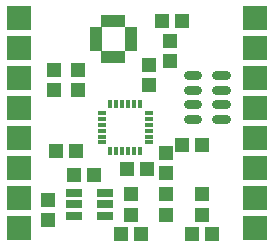
<source format=gts>
G75*
%MOIN*%
%OFA0B0*%
%FSLAX25Y25*%
%IPPOS*%
%LPD*%
%AMOC8*
5,1,8,0,0,1.08239X$1,22.5*
%
%ADD10C,0.02965*%
%ADD11R,0.05131X0.04737*%
%ADD12R,0.04737X0.05131*%
%ADD13R,0.03950X0.01981*%
%ADD14R,0.01981X0.03950*%
%ADD15R,0.01339X0.03110*%
%ADD16R,0.03110X0.01339*%
%ADD17R,0.05800X0.03000*%
%ADD18R,0.08200X0.08200*%
D10*
X0061399Y0047661D02*
X0064549Y0047661D01*
X0064549Y0047661D01*
X0061399Y0047661D01*
X0061399Y0047661D01*
X0061399Y0052583D02*
X0064549Y0052583D01*
X0064549Y0052583D01*
X0061399Y0052583D01*
X0061399Y0052583D01*
X0061399Y0057504D02*
X0064549Y0057504D01*
X0064549Y0057504D01*
X0061399Y0057504D01*
X0061399Y0057504D01*
X0061399Y0062425D02*
X0064549Y0062425D01*
X0064549Y0062425D01*
X0061399Y0062425D01*
X0061399Y0062425D01*
X0070848Y0062425D02*
X0073998Y0062425D01*
X0073998Y0062425D01*
X0070848Y0062425D01*
X0070848Y0062425D01*
X0070848Y0057504D02*
X0073998Y0057504D01*
X0073998Y0057504D01*
X0070848Y0057504D01*
X0070848Y0057504D01*
X0070848Y0052583D02*
X0073998Y0052583D01*
X0073998Y0052583D01*
X0070848Y0052583D01*
X0070848Y0052583D01*
X0070848Y0047661D02*
X0073998Y0047661D01*
X0073998Y0047661D01*
X0070848Y0047661D01*
X0070848Y0047661D01*
D11*
X0066320Y0038902D03*
X0059628Y0038902D03*
X0047817Y0031028D03*
X0041124Y0031028D03*
X0030100Y0029059D03*
X0023407Y0029059D03*
X0024194Y0036933D03*
X0017502Y0036933D03*
X0039155Y0009374D03*
X0045848Y0009374D03*
X0062777Y0009374D03*
X0069470Y0009374D03*
X0059628Y0080240D03*
X0052935Y0080240D03*
D12*
X0055494Y0073744D03*
X0055494Y0067051D03*
X0048407Y0065870D03*
X0048407Y0059177D03*
X0054313Y0036343D03*
X0054313Y0029650D03*
X0054313Y0022563D03*
X0054313Y0015870D03*
X0066124Y0015870D03*
X0066124Y0022563D03*
X0042502Y0022563D03*
X0042502Y0015870D03*
X0014943Y0013902D03*
X0014943Y0020594D03*
X0016911Y0057209D03*
X0016911Y0063902D03*
X0024785Y0063902D03*
X0024785Y0057209D03*
D13*
X0030691Y0071382D03*
X0030691Y0073350D03*
X0030691Y0075319D03*
X0030691Y0077287D03*
X0042502Y0077287D03*
X0042502Y0075319D03*
X0042502Y0073350D03*
X0042502Y0071382D03*
D14*
X0039549Y0068429D03*
X0037580Y0068429D03*
X0035612Y0068429D03*
X0033643Y0068429D03*
X0033643Y0080240D03*
X0035612Y0080240D03*
X0037580Y0080240D03*
X0039549Y0080240D03*
D15*
X0039549Y0052681D03*
X0041517Y0052681D03*
X0043486Y0052681D03*
X0045454Y0052681D03*
X0037580Y0052681D03*
X0035612Y0052681D03*
X0035612Y0036933D03*
X0037580Y0036933D03*
X0039549Y0036933D03*
X0041517Y0036933D03*
X0043486Y0036933D03*
X0045454Y0036933D03*
D16*
X0048407Y0039886D03*
X0048407Y0041854D03*
X0048407Y0043823D03*
X0048407Y0045791D03*
X0048407Y0047760D03*
X0048407Y0049728D03*
X0032659Y0049728D03*
X0032659Y0047760D03*
X0032659Y0045791D03*
X0032659Y0043823D03*
X0032659Y0041854D03*
X0032659Y0039886D03*
D17*
X0033822Y0022917D03*
X0033822Y0019217D03*
X0033822Y0015517D03*
X0023622Y0015517D03*
X0023622Y0019217D03*
X0023622Y0022917D03*
D18*
X0005100Y0011343D03*
X0005100Y0021343D03*
X0005100Y0031343D03*
X0005100Y0041343D03*
X0005100Y0051343D03*
X0005100Y0061343D03*
X0005100Y0071343D03*
X0005100Y0081343D03*
X0083840Y0081343D03*
X0083840Y0071343D03*
X0083840Y0061343D03*
X0083840Y0051343D03*
X0083840Y0041343D03*
X0083840Y0031343D03*
X0083840Y0021343D03*
X0083840Y0011343D03*
M02*

</source>
